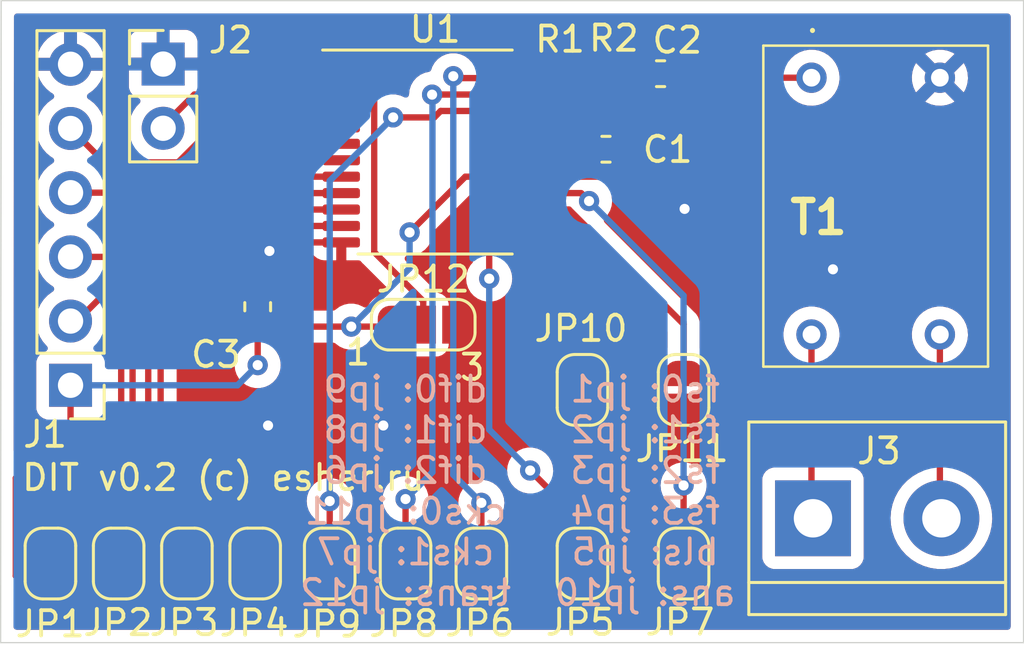
<source format=kicad_pcb>
(kicad_pcb (version 20211014) (generator pcbnew)
  (layers (0 "F.Cu" signal) (31 "B.Cu" signal) (34 "B.Paste" user) (35 "F.Paste" user) (36 "B.SilkS" user "B.Silkscreen") (37 "F.SilkS" user "F.Silkscreen") (38 "B.Mask" user) (39 "F.Mask" user) (44 "Edge.Cuts" user))
  (net 0 "")
  (net 1 "+5V")
  (net 3 "Net-(C2-Pad2)")
  (net 4 "Net-(C2-Pad1)")
  (net 5 "GNDREF")
  (net 6 "Net-(J1-Pad5)")
  (net 7 "Net-(J1-Pad4)")
  (net 8 "Net-(J1-Pad3)")
  (net 9 "Net-(J1-Pad2)")
  (net 10 "Net-(J2-Pad2)")
  (net 11 "Net-(J3-Pad2)")
  (net 12 "Net-(J3-Pad1)")
  (net 13 "Net-(R1-Pad2)")
  (net 14 "Net-(JP1-Pad2)")
  (net 15 "Net-(JP2-Pad2)")
  (net 16 "Net-(JP3-Pad2)")
  (net 17 "Net-(JP4-Pad2)")
  (net 18 "Net-(JP5-Pad2)")
  (net 19 "Net-(U1-Pad23)")
  (net 20 "Net-(JP7-Pad2)")
  (net 21 "Net-(U1-Pad22)")
  (net 22 "Net-(JP10-Pad2)")
  (net 23 "Net-(JP11-Pad2)")
  (net 24 "Net-(JP12-Pad2)")
  (net 26 "Net-(U1-Pad21)")
  (footprint "Capacitor_SMD:C_0603_1608Metric" (layer "F.Cu") (at 150.09 55.49 180)
    (fp_text reference "C2" (at -0.66 1.32) (layer "F.SilkS"))
    (fp_text value "100nF")
    (fp_line (start -0.162779 -0.51) (end 0.162779 -0.51) (layer "F.SilkS") (width 0.12))
    (fp_line (start -0.162779 0.51) (end 0.162779 0.51) (layer "F.SilkS") (width 0.12))
    (pad "1" smd roundrect locked (at -0.7875 0 180) (size 0.875 0.95) (layers "F.Cu" "F.Paste" "F.Mask") (net 4 "Net-(C2-Pad1)"))
    (pad "2" smd roundrect locked (at 0.7875 0 180) (size 0.875 0.95) (layers "F.Cu" "F.Paste" "F.Mask") (net 3 "Net-(C2-Pad2)"))
  )
  (footprint "Connector_PinHeader_2.54mm:PinHeader_1x06_P2.54mm_Vertical" (layer "F.Cu") (at 126.746 67.818 180)
    (fp_text reference "J1" (at 1.006 -1.942) (layer "F.SilkS"))
    (fp_text value "D_IN")
    (fp_line (start -1.33 1.27) (end -1.33 14.03) (layer "F.SilkS") (width 0.12))
    (fp_line (start 1.33 1.27) (end 1.33 14.03) (layer "F.SilkS") (width 0.12))
    (fp_line (start -1.33 -1.33) (end 0 -1.33) (layer "F.SilkS") (width 0.12))
    (fp_line (start -1.33 0) (end -1.33 -1.33) (layer "F.SilkS") (width 0.12))
    (fp_line (start -1.33 1.27) (end 1.33 1.27) (layer "F.SilkS") (width 0.12))
    (fp_line (start -1.33 14.03) (end 1.33 14.03) (layer "F.SilkS") (width 0.12))
    (pad "1" thru_hole rect locked (at 0 0 180) (size 1.7 1.7) (drill 1) (layers *.Cu *.Mask) (net 1 "+5V"))
    (pad "2" thru_hole oval locked (at 0 2.54 180) (size 1.7 1.7) (drill 1) (layers *.Cu *.Mask) (net 9 "Net-(J1-Pad2)"))
    (pad "3" thru_hole oval locked (at 0 5.08 180) (size 1.7 1.7) (drill 1) (layers *.Cu *.Mask) (net 8 "Net-(J1-Pad3)"))
    (pad "4" thru_hole oval locked (at 0 7.62 180) (size 1.7 1.7) (drill 1) (layers *.Cu *.Mask) (net 7 "Net-(J1-Pad4)"))
    (pad "5" thru_hole oval locked (at 0 10.16 180) (size 1.7 1.7) (drill 1) (layers *.Cu *.Mask) (net 6 "Net-(J1-Pad5)"))
    (pad "6" thru_hole oval locked (at 0 12.7 180) (size 1.7 1.7) (drill 1) (layers *.Cu *.Mask) (net 5 "GNDREF"))
  )
  (footprint "TerminalBlock:TerminalBlock_bornier-2_P5.08mm" (layer "F.Cu") (at 156.12 73.08)
    (fp_text reference "J3" (at 2.61 -2.66) (layer "F.SilkS"))
    (fp_text value "spdif")
    (fp_line (start 7.62 3.81) (end 7.62 -3.81) (layer "F.SilkS") (width 0.12))
    (fp_line (start 7.62 2.54) (end -2.54 2.54) (layer "F.SilkS") (width 0.12))
    (fp_line (start -2.54 3.81) (end 7.62 3.81) (layer "F.SilkS") (width 0.12))
    (fp_line (start 7.62 -3.81) (end -2.54 -3.81) (layer "F.SilkS") (width 0.12))
    (fp_line (start -2.54 -3.81) (end -2.54 3.81) (layer "F.SilkS") (width 0.12))
    (pad "1" thru_hole rect locked (at 0 0) (size 3 3) (drill 1.52) (layers *.Cu *.Mask) (net 12 "Net-(J3-Pad1)"))
    (pad "2" thru_hole circle locked (at 5.08 0) (size 3 3) (drill 1.52) (layers *.Cu *.Mask) (net 11 "Net-(J3-Pad2)"))
  )
  (footprint "Resistor_SMD:R_0402_1005Metric" (layer "F.Cu") (at 146.5 55.7 -90)
    (fp_text reference "R1" (at -1.57 0.39 180) (layer "F.SilkS"))
    (fp_text value "330R")
    (pad "1" smd roundrect locked (at -0.485 0 270) (size 0.59 0.64) (layers "F.Cu" "F.Paste" "F.Mask") (net 3 "Net-(C2-Pad2)"))
    (pad "2" smd roundrect locked (at 0.485 0 270) (size 0.59 0.64) (layers "F.Cu" "F.Paste" "F.Mask") (net 13 "Net-(R1-Pad2)"))
  )
  (footprint "Resistor_SMD:R_0402_1005Metric" (layer "F.Cu") (at 147.64 55.7 -90)
    (fp_text reference "R2" (at -1.61 -0.6 180) (layer "F.SilkS"))
    (fp_text value "100R")
    (pad "1" smd roundrect locked (at -0.485 0 270) (size 0.59 0.64) (layers "F.Cu" "F.Paste" "F.Mask") (net 3 "Net-(C2-Pad2)"))
    (pad "2" smd roundrect locked (at 0.485 0 270) (size 0.59 0.64) (layers "F.Cu" "F.Paste" "F.Mask") (net 5 "GNDREF"))
  )
  (footprint "Package_SO:TSSOP-24_6.1x7.8mm_P0.65mm" (layer "F.Cu") (at 141.17 58.59)
    (fp_text reference "U1" (at 0 -4.85) (layer "F.SilkS"))
    (fp_text value "AK4103AVF")
    (fp_line (start 0 4.035) (end -3.05 4.035) (layer "F.SilkS") (width 0.12))
    (fp_line (start 0 -4.035) (end 3.05 -4.035) (layer "F.SilkS") (width 0.12))
    (fp_line (start 0 4.035) (end 3.05 4.035) (layer "F.SilkS") (width 0.12))
    (fp_line (start 0 -4.035) (end -4.45 -4.035) (layer "F.SilkS") (width 0.12))
    (pad "1" smd roundrect locked (at -3.7125 -3.575) (size 1.475 0.4) (layers "F.Cu" "F.Paste" "F.Mask") (net 5 "GNDREF"))
    (pad "2" smd roundrect locked (at -3.7125 -2.925) (size 1.475 0.4) (layers "F.Cu" "F.Paste" "F.Mask") (net 24 "Net-(JP12-Pad2)"))
    (pad "3" smd roundrect locked (at -3.7125 -2.275) (size 1.475 0.4) (layers "F.Cu" "F.Paste" "F.Mask") (net 10 "Net-(J2-Pad2)"))
    (pad "4" smd roundrect locked (at -3.7125 -1.625) (size 1.475 0.4) (layers "F.Cu" "F.Paste" "F.Mask") (net 6 "Net-(J1-Pad5)"))
    (pad "5" smd roundrect locked (at -3.7125 -0.975) (size 1.475 0.4) (layers "F.Cu" "F.Paste" "F.Mask") (net 7 "Net-(J1-Pad4)"))
    (pad "6" smd roundrect locked (at -3.7125 -0.325) (size 1.475 0.4) (layers "F.Cu" "F.Paste" "F.Mask") (net 8 "Net-(J1-Pad3)"))
    (pad "7" smd roundrect locked (at -3.7125 0.325) (size 1.475 0.4) (layers "F.Cu" "F.Paste" "F.Mask") (net 9 "Net-(J1-Pad2)"))
    (pad "8" smd roundrect locked (at -3.7125 0.975) (size 1.475 0.4) (layers "F.Cu" "F.Paste" "F.Mask") (net 14 "Net-(JP1-Pad2)"))
    (pad "9" smd roundrect locked (at -3.7125 1.625) (size 1.475 0.4) (layers "F.Cu" "F.Paste" "F.Mask") (net 15 "Net-(JP2-Pad2)"))
    (pad "10" smd roundrect locked (at -3.7125 2.275) (size 1.475 0.4) (layers "F.Cu" "F.Paste" "F.Mask") (net 16 "Net-(JP3-Pad2)"))
    (pad "11" smd roundrect locked (at -3.7125 2.925) (size 1.475 0.4) (layers "F.Cu" "F.Paste" "F.Mask") (net 17 "Net-(JP4-Pad2)"))
    (pad "12" smd roundrect locked (at -3.7125 3.575) (size 1.475 0.4) (layers "F.Cu" "F.Paste" "F.Mask") (net 5 "GNDREF"))
    (pad "13" smd roundrect locked (at 3.7125 3.575) (size 1.475 0.4) (layers "F.Cu" "F.Paste" "F.Mask") (net 22 "Net-(JP10-Pad2)"))
    (pad "14" smd roundrect locked (at 3.7125 2.925) (size 1.475 0.4) (layers "F.Cu" "F.Paste" "F.Mask") (net 18 "Net-(JP5-Pad2)"))
    (pad "15" smd roundrect locked (at 3.7125 2.275) (size 1.475 0.4) (layers "F.Cu" "F.Paste" "F.Mask") (net 23 "Net-(JP11-Pad2)"))
    (pad "16" smd roundrect locked (at 3.7125 1.625) (size 1.475 0.4) (layers "F.Cu" "F.Paste" "F.Mask") (net 20 "Net-(JP7-Pad2)"))
    (pad "17" smd roundrect locked (at 3.7125 0.975) (size 1.475 0.4) (layers "F.Cu" "F.Paste" "F.Mask") (net 1 "+5V"))
    (pad "18" smd roundrect locked (at 3.7125 0.325) (size 1.475 0.4) (layers "F.Cu" "F.Paste" "F.Mask") (net 5 "GNDREF"))
    (pad "19" smd roundrect locked (at 3.7125 -0.325) (size 1.475 0.4) (layers "F.Cu" "F.Paste" "F.Mask"))
    (pad "20" smd roundrect locked (at 3.7125 -0.975) (size 1.475 0.4) (layers "F.Cu" "F.Paste" "F.Mask") (net 13 "Net-(R1-Pad2)"))
    (pad "21" smd roundrect locked (at 3.7125 -1.625) (size 1.475 0.4) (layers "F.Cu" "F.Paste" "F.Mask") (net 26 "Net-(U1-Pad21)"))
    (pad "22" smd roundrect locked (at 3.7125 -2.275) (size 1.475 0.4) (layers "F.Cu" "F.Paste" "F.Mask") (net 21 "Net-(U1-Pad22)"))
    (pad "23" smd roundrect locked (at 3.7125 -2.925) (size 1.475 0.4) (layers "F.Cu" "F.Paste" "F.Mask") (net 19 "Net-(U1-Pad23)"))
    (pad "24" smd roundrect locked (at 3.7125 -3.575) (size 1.475 0.4) (layers "F.Cu" "F.Paste" "F.Mask"))
  )
  (footprint "Capacitor_SMD:C_0603_1608Metric" (layer "F.Cu") (at 134.15 64.71 90)
    (fp_text reference "C3" (at -1.89 -1.65 180) (layer "F.SilkS"))
    (fp_text value "100nF")
    (fp_line (start -0.162779 0.51) (end 0.162779 0.51) (layer "F.SilkS") (width 0.12))
    (fp_line (start -0.162779 -0.51) (end 0.162779 -0.51) (layer "F.SilkS") (width 0.12))
    (pad "1" smd roundrect locked (at -0.7875 0 90) (size 0.875 0.95) (layers "F.Cu" "F.Paste" "F.Mask") (net 1 "+5V"))
    (pad "2" smd roundrect locked (at 0.7875 0 90) (size 0.875 0.95) (layers "F.Cu" "F.Paste" "F.Mask") (net 5 "GNDREF"))
  )
  (footprint "Jumper:SolderJumper-2_P1.3mm_Open_RoundedPad1.0x1.5mm" (layer "F.Cu") (at 125.95 74.87 90)
    (fp_text reference "JP1" (at -2.39 -0.01 180) (layer "F.SilkS"))
    (fp_text value "fs0")
    (fp_line (start 0.7 1) (end -0.7 1) (layer "F.SilkS") (width 0.12))
    (fp_line (start -0.7 -1) (end 0.7 -1) (layer "F.SilkS") (width 0.12))
    (fp_line (start -1.4 0.3) (end -1.4 -0.3) (layer "F.SilkS") (width 0.12))
    (fp_line (start 1.4 -0.3) (end 1.4 0.3) (layer "F.SilkS") (width 0.12))
    (fp_arc (start -1.4 -0.3) (mid -1.194975 -0.794975) (end -0.7 -1) (layer "F.SilkS") (width 0.12))
    (fp_arc (start 1.4 0.3) (mid 1.194975 0.794975) (end 0.7 1) (layer "F.SilkS") (width 0.12))
    (fp_arc (start -0.7 1) (mid -1.194975 0.794975) (end -1.4 0.3) (layer "F.SilkS") (width 0.12))
    (fp_arc (start 0.7 -1) (mid 1.194975 -0.794975) (end 1.4 -0.3) (layer "F.SilkS") (width 0.12))
    (pad "1" smd custom locked (at -0.65 0 90) (size 1 0.5) (layers "F.Cu" "F.Mask") (net 1 "+5V") (options (clearance outline) (anchor rect)) (primitives (gr_circle (center 0 0.25) (end 0.5 0.25) (width 0) (fill yes)) (gr_circle (center 0 -0.25) (end 0.5 -0.25) (width 0) (fill yes)) (gr_poly (pts (xy 0.5 0.75) (xy 0 0.75) (xy 0 -0.75) (xy 0.5 -0.75)) (width 0) (fill yes))))
    (pad "2" smd custom locked (at 0.65 0 90) (size 1 0.5) (layers "F.Cu" "F.Mask") (net 14 "Net-(JP1-Pad2)") (options (clearance outline) (anchor rect)) (primitives (gr_circle (center 0 0.25) (end 0.5 0.25) (width 0) (fill yes)) (gr_circle (center 0 -0.25) (end 0.5 -0.25) (width 0) (fill yes)) (gr_poly (pts (xy 0 0.75) (xy -0.5 0.75) (xy -0.5 -0.75) (xy 0 -0.75)) (width 0) (fill yes))))
  )
  (footprint "Jumper:SolderJumper-2_P1.3mm_Open_RoundedPad1.0x1.5mm" (layer "F.Cu") (at 128.65 74.87 90)
    (fp_text reference "JP2" (at -2.34 -0.03 180) (layer "F.SilkS"))
    (fp_text value "fs1")
    (fp_line (start -0.7 -1) (end 0.7 -1) (layer "F.SilkS") (width 0.12))
    (fp_line (start -1.4 0.3) (end -1.4 -0.3) (layer "F.SilkS") (width 0.12))
    (fp_line (start 0.7 1) (end -0.7 1) (layer "F.SilkS") (width 0.12))
    (fp_line (start 1.4 -0.3) (end 1.4 0.3) (layer "F.SilkS") (width 0.12))
    (fp_arc (start 1.4 0.3) (mid 1.194975 0.794975) (end 0.7 1) (layer "F.SilkS") (width 0.12))
    (fp_arc (start -0.7 1) (mid -1.194975 0.794975) (end -1.4 0.3) (layer "F.SilkS") (width 0.12))
    (fp_arc (start 0.7 -1) (mid 1.194975 -0.794975) (end 1.4 -0.3) (layer "F.SilkS") (width 0.12))
    (fp_arc (start -1.4 -0.3) (mid -1.194975 -0.794975) (end -0.7 -1) (layer "F.SilkS") (width 0.12))
    (pad "1" smd custom locked (at -0.65 0 90) (size 1 0.5) (layers "F.Cu" "F.Mask") (net 1 "+5V") (options (clearance outline) (anchor rect)) (primitives (gr_circle (center 0 0.25) (end 0.5 0.25) (width 0) (fill yes)) (gr_circle (center 0 -0.25) (end 0.5 -0.25) (width 0) (fill yes)) (gr_poly (pts (xy 0.5 0.75) (xy 0 0.75) (xy 0 -0.75) (xy 0.5 -0.75)) (width 0) (fill yes))))
    (pad "2" smd custom locked (at 0.65 0 90) (size 1 0.5) (layers "F.Cu" "F.Mask") (net 15 "Net-(JP2-Pad2)") (options (clearance outline) (anchor rect)) (primitives (gr_circle (center 0 0.25) (end 0.5 0.25) (width 0) (fill yes)) (gr_circle (center 0 -0.25) (end 0.5 -0.25) (width 0) (fill yes)) (gr_poly (pts (xy 0 0.75) (xy -0.5 0.75) (xy -0.5 -0.75) (xy 0 -0.75)) (width 0) (fill yes))))
  )
  (footprint "Jumper:SolderJumper-2_P1.3mm_Open_RoundedPad1.0x1.5mm" (layer "F.Cu") (at 131.35 74.87 90)
    (fp_text reference "JP3" (at -2.34 -0.11 180) (layer "F.SilkS"))
    (fp_text value "fs2")
    (fp_line (start 0.7 1) (end -0.7 1) (layer "F.SilkS") (width 0.12))
    (fp_line (start 1.4 -0.3) (end 1.4 0.3) (layer "F.SilkS") (width 0.12))
    (fp_line (start -0.7 -1) (end 0.7 -1) (layer "F.SilkS") (width 0.12))
    (fp_line (start -1.4 0.3) (end -1.4 -0.3) (layer "F.SilkS") (width 0.12))
    (fp_arc (start -0.7 1) (mid -1.194975 0.794975) (end -1.4 0.3) (layer "F.SilkS") (width 0.12))
    (fp_arc (start 0.7 -1) (mid 1.194975 -0.794975) (end 1.4 -0.3) (layer "F.SilkS") (width 0.12))
    (fp_arc (start 1.4 0.3) (mid 1.194975 0.794975) (end 0.7 1) (layer "F.SilkS") (width 0.12))
    (fp_arc (start -1.4 -0.3) (mid -1.194975 -0.794975) (end -0.7 -1) (layer "F.SilkS") (width 0.12))
    (pad "1" smd custom locked (at -0.65 0 90) (size 1 0.5) (layers "F.Cu" "F.Mask") (net 1 "+5V") (options (clearance outline) (anchor rect)) (primitives (gr_circle (center 0 0.25) (end 0.5 0.25) (width 0) (fill yes)) (gr_circle (center 0 -0.25) (end 0.5 -0.25) (width 0) (fill yes)) (gr_poly (pts (xy 0.5 0.75) (xy 0 0.75) (xy 0 -0.75) (xy 0.5 -0.75)) (width 0) (fill yes))))
    (pad "2" smd custom locked (at 0.65 0 90) (size 1 0.5) (layers "F.Cu" "F.Mask") (net 16 "Net-(JP3-Pad2)") (options (clearance outline) (anchor rect)) (primitives (gr_circle (center 0 0.25) (end 0.5 0.25) (width 0) (fill yes)) (gr_circle (center 0 -0.25) (end 0.5 -0.25) (width 0) (fill yes)) (gr_poly (pts (xy 0 0.75) (xy -0.5 0.75) (xy -0.5 -0.75) (xy 0 -0.75)) (width 0) (fill yes))))
  )
  (footprint "Jumper:SolderJumper-2_P1.3mm_Open_RoundedPad1.0x1.5mm" (layer "F.Cu") (at 134.05 74.87 90)
    (fp_text reference "JP4" (at -2.36 -0.04 180) (layer "F.SilkS"))
    (fp_text value "fs3")
    (fp_line (start 0.7 1) (end -0.7 1) (layer "F.SilkS") (width 0.12))
    (fp_line (start -0.7 -1) (end 0.7 -1) (layer "F.SilkS") (width 0.12))
    (fp_line (start -1.4 0.3) (end -1.4 -0.3) (layer "F.SilkS") (width 0.12))
    (fp_line (start 1.4 -0.3) (end 1.4 0.3) (layer "F.SilkS") (width 0.12))
    (fp_arc (start 1.4 0.3) (mid 1.194975 0.794975) (end 0.7 1) (layer "F.SilkS") (width 0.12))
    (fp_arc (start 0.7 -1) (mid 1.194975 -0.794975) (end 1.4 -0.3) (layer "F.SilkS") (width 0.12))
    (fp_arc (start -1.4 -0.3) (mid -1.194975 -0.794975) (end -0.7 -1) (layer "F.SilkS") (width 0.12))
    (fp_arc (start -0.7 1) (mid -1.194975 0.794975) (end -1.4 0.3) (layer "F.SilkS") (width 0.12))
    (pad "1" smd custom locked (at -0.65 0 90) (size 1 0.5) (layers "F.Cu" "F.Mask") (net 1 "+5V") (options (clearance outline) (anchor rect)) (primitives (gr_circle (center 0 0.25) (end 0.5 0.25) (width 0) (fill yes)) (gr_circle (center 0 -0.25) (end 0.5 -0.25) (width 0) (fill yes)) (gr_poly (pts (xy 0.5 0.75) (xy 0 0.75) (xy 0 -0.75) (xy 0.5 -0.75)) (width 0) (fill yes))))
    (pad "2" smd custom locked (at 0.65 0 90) (size 1 0.5) (layers "F.Cu" "F.Mask") (net 17 "Net-(JP4-Pad2)") (options (clearance outline) (anchor rect)) (primitives (gr_circle (center 0 0.25) (end 0.5 0.25) (width 0) (fill yes)) (gr_circle (center 0 -0.25) (end 0.5 -0.25) (width 0) (fill yes)) (gr_poly (pts (xy 0 0.75) (xy -0.5 0.75) (xy -0.5 -0.75) (xy 0 -0.75)) (width 0) (fill yes))))
  )
  (footprint "Jumper:SolderJumper-2_P1.3mm_Open_RoundedPad1.0x1.5mm" (layer "F.Cu") (at 147 74.87 90)
    (fp_text reference "JP5" (at -2.33 -0.09 180) (layer "F.SilkS"))
    (fp_text value "bls")
    (fp_line (start -0.7 -1) (end 0.7 -1) (layer "F.SilkS") (width 0.12))
    (fp_line (start 1.4 -0.3) (end 1.4 0.3) (layer "F.SilkS") (width 0.12))
    (fp_line (start -1.4 0.3) (end -1.4 -0.3) (layer "F.SilkS") (width 0.12))
    (fp_line (start 0.7 1) (end -0.7 1) (layer "F.SilkS") (width 0.12))
    (fp_arc (start 1.4 0.3) (mid 1.194975 0.794975) (end 0.7 1) (layer "F.SilkS") (width 0.12))
    (fp_arc (start -0.7 1) (mid -1.194975 0.794975) (end -1.4 0.3) (layer "F.SilkS") (width 0.12))
    (fp_arc (start 0.7 -1) (mid 1.194975 -0.794975) (end 1.4 -0.3) (layer "F.SilkS") (width 0.12))
    (fp_arc (start -1.4 -0.3) (mid -1.194975 -0.794975) (end -0.7 -1) (layer "F.SilkS") (width 0.12))
    (pad "1" smd custom locked (at -0.65 0 90) (size 1 0.5) (layers "F.Cu" "F.Mask") (net 1 "+5V") (options (clearance outline) (anchor rect)) (primitives (gr_circle (center 0 0.25) (end 0.5 0.25) (width 0) (fill yes)) (gr_circle (center 0 -0.25) (end 0.5 -0.25) (width 0) (fill yes)) (gr_poly (pts (xy 0.5 0.75) (xy 0 0.75) (xy 0 -0.75) (xy 0.5 -0.75)) (width 0) (fill yes))))
    (pad "2" smd custom locked (at 0.65 0 90) (size 1 0.5) (layers "F.Cu" "F.Mask") (net 18 "Net-(JP5-Pad2)") (options (clearance outline) (anchor rect)) (primitives (gr_circle (center 0 0.25) (end 0.5 0.25) (width 0) (fill yes)) (gr_circle (center 0 -0.25) (end 0.5 -0.25) (width 0) (fill yes)) (gr_poly (pts (xy 0 0.75) (xy -0.5 0.75) (xy -0.5 -0.75) (xy 0 -0.75)) (width 0) (fill yes))))
  )
  (footprint "Jumper:SolderJumper-2_P1.3mm_Open_RoundedPad1.0x1.5mm" (layer "F.Cu") (at 143 74.87 90)
    (fp_text reference "JP6" (at -2.36 -0.06 180) (layer "F.SilkS"))
    (fp_text value "dif2")
    (fp_line (start 0.7 1) (end -0.7 1) (layer "F.SilkS") (width 0.12))
    (fp_line (start 1.4 -0.3) (end 1.4 0.3) (layer "F.SilkS") (width 0.12))
    (fp_line (start -0.7 -1) (end 0.7 -1) (layer "F.SilkS") (width 0.12))
    (fp_line (start -1.4 0.3) (end -1.4 -0.3) (layer "F.SilkS") (width 0.12))
    (fp_arc (start 1.4 0.3) (mid 1.194975 0.794975) (end 0.7 1) (layer "F.SilkS") (width 0.12))
    (fp_arc (start -0.7 1) (mid -1.194975 0.794975) (end -1.4 0.3) (layer "F.SilkS") (width 0.12))
    (fp_arc (start -1.4 -0.3) (mid -1.194975 -0.794975) (end -0.7 -1) (layer "F.SilkS") (width 0.12))
    (fp_arc (start 0.7 -1) (mid 1.194975 -0.794975) (end 1.4 -0.3) (layer "F.SilkS") (width 0.12))
    (pad "1" smd custom locked (at -0.65 0 90) (size 1 0.5) (layers "F.Cu" "F.Mask") (net 1 "+5V") (options (clearance outline) (anchor rect)) (primitives (gr_circle (center 0 0.25) (end 0.5 0.25) (width 0) (fill yes)) (gr_circle (center 0 -0.25) (end 0.5 -0.25) (width 0) (fill yes)) (gr_poly (pts (xy 0.5 0.75) (xy 0 0.75) (xy 0 -0.75) (xy 0.5 -0.75)) (width 0) (fill yes))))
    (pad "2" smd custom locked (at 0.65 0 90) (size 1 0.5) (layers "F.Cu" "F.Mask") (net 19 "Net-(U1-Pad23)") (options (clearance outline) (anchor rect)) (primitives (gr_circle (center 0 0.25) (end 0.5 0.25) (width 0) (fill yes)) (gr_circle (center 0 -0.25) (end 0.5 -0.25) (width 0) (fill yes)) (gr_poly (pts (xy 0 0.75) (xy -0.5 0.75) (xy -0.5 -0.75) (xy 0 -0.75)) (width 0) (fill yes))))
  )
  (footprint "Jumper:SolderJumper-2_P1.3mm_Open_RoundedPad1.0x1.5mm" (layer "F.Cu") (at 151 74.87 90)
    (fp_text reference "JP7" (at -2.32 -0.14 180) (layer "F.SilkS"))
    (fp_text value "cks1")
    (fp_line (start 0.7 1) (end -0.7 1) (layer "F.SilkS") (width 0.12))
    (fp_line (start 1.4 -0.3) (end 1.4 0.3) (layer "F.SilkS") (width 0.12))
    (fp_line (start -1.4 0.3) (end -1.4 -0.3) (layer "F.SilkS") (width 0.12))
    (fp_line (start -0.7 -1) (end 0.7 -1) (layer "F.SilkS") (width 0.12))
    (fp_arc (start -0.7 1) (mid -1.194975 0.794975) (end -1.4 0.3) (layer "F.SilkS") (width 0.12))
    (fp_arc (start -1.4 -0.3) (mid -1.194975 -0.794975) (end -0.7 -1) (layer "F.SilkS") (width 0.12))
    (fp_arc (start 1.4 0.3) (mid 1.194975 0.794975) (end 0.7 1) (layer "F.SilkS") (width 0.12))
    (fp_arc (start 0.7 -1) (mid 1.194975 -0.794975) (end 1.4 -0.3) (layer "F.SilkS") (width 0.12))
    (pad "1" smd custom locked (at -0.65 0 90) (size 1 0.5) (layers "F.Cu" "F.Mask") (net 1 "+5V") (options (clearance outline) (anchor rect)) (primitives (gr_circle (center 0 0.25) (end 0.5 0.25) (width 0) (fill yes)) (gr_circle (center 0 -0.25) (end 0.5 -0.25) (width 0) (fill yes)) (gr_poly (pts (xy 0.5 0.75) (xy 0 0.75) (xy 0 -0.75) (xy 0.5 -0.75)) (width 0) (fill yes))))
    (pad "2" smd custom locked (at 0.65 0 90) (size 1 0.5) (layers "F.Cu" "F.Mask") (net 20 "Net-(JP7-Pad2)") (options (clearance outline) (anchor rect)) (primitives (gr_circle (center 0 0.25) (end 0.5 0.25) (width 0) (fill yes)) (gr_circle (center 0 -0.25) (end 0.5 -0.25) (width 0) (fill yes)) (gr_poly (pts (xy 0 0.75) (xy -0.5 0.75) (xy -0.5 -0.75) (xy 0 -0.75)) (width 0) (fill yes))))
  )
  (footprint "Jumper:SolderJumper-2_P1.3mm_Open_RoundedPad1.0x1.5mm" (layer "F.Cu") (at 140 74.87 90)
    (fp_text reference "JP8" (at -2.38 -0.07 180) (layer "F.SilkS"))
    (fp_text value "dif1")
    (fp_line (start -0.7 -1) (end 0.7 -1) (layer "F.SilkS") (width 0.12))
    (fp_line (start -1.4 0.3) (end -1.4 -0.3) (layer "F.SilkS") (width 0.12))
    (fp_line (start 1.4 -0.3) (end 1.4 0.3) (layer "F.SilkS") (width 0.12))
    (fp_line (start 0.7 1) (end -0.7 1) (layer "F.SilkS") (width 0.12))
    (fp_arc (start -1.4 -0.3) (mid -1.194975 -0.794975) (end -0.7 -1) (layer "F.SilkS") (width 0.12))
    (fp_arc (start 0.7 -1) (mid 1.194975 -0.794975) (end 1.4 -0.3) (layer "F.SilkS") (width 0.12))
    (fp_arc (start -0.7 1) (mid -1.194975 0.794975) (end -1.4 0.3) (layer "F.SilkS") (width 0.12))
    (fp_arc (start 1.4 0.3) (mid 1.194975 0.794975) (end 0.7 1) (layer "F.SilkS") (width 0.12))
    (pad "1" smd custom locked (at -0.65 0 90) (size 1 0.5) (layers "F.Cu" "F.Mask") (net 1 "+5V") (options (clearance outline) (anchor rect)) (primitives (gr_circle (center 0 0.25) (end 0.5 0.25) (width 0) (fill yes)) (gr_circle (center 0 -0.25) (end 0.5 -0.25) (width 0) (fill yes)) (gr_poly (pts (xy 0.5 0.75) (xy 0 0.75) (xy 0 -0.75) (xy 0.5 -0.75)) (width 0) (fill yes))))
    (pad "2" smd custom locked (at 0.65 0 90) (size 1 0.5) (layers "F.Cu" "F.Mask") (net 21 "Net-(U1-Pad22)") (options (clearance outline) (anchor rect)) (primitives (gr_circle (center 0 0.25) (end 0.5 0.25) (width 0) (fill yes)) (gr_circle (center 0 -0.25) (end 0.5 -0.25) (width 0) (fill yes)) (gr_poly (pts (xy 0 0.75) (xy -0.5 0.75) (xy -0.5 -0.75) (xy 0 -0.75)) (width 0) (fill yes))))
  )
  (footprint "Jumper:SolderJumper-2_P1.3mm_Open_RoundedPad1.0x1.5mm" (layer "F.Cu") (at 137 74.87 90)
    (fp_text reference "JP9" (at -2.4 -0.11 180) (layer "F.SilkS"))
    (fp_text value "dif0")
    (fp_line (start 1.4 -0.3) (end 1.4 0.3) (layer "F.SilkS") (width 0.12))
    (fp_line (start -1.4 0.3) (end -1.4 -0.3) (layer "F.SilkS") (width 0.12))
    (fp_line (start 0.7 1) (end -0.7 1) (layer "F.SilkS") (width 0.12))
    (fp_line (start -0.7 -1) (end 0.7 -1) (layer "F.SilkS") (width 0.12))
    (fp_arc (start 1.4 0.3) (mid 1.194975 0.794975) (end 0.7 1) (layer "F.SilkS") (width 0.12))
    (fp_arc (start 0.7 -1) (mid 1.194975 -0.794975) (end 1.4 -0.3) (layer "F.SilkS") (width 0.12))
    (fp_arc (start -0.7 1) (mid -1.194975 0.794975) (end -1.4 0.3) (layer "F.SilkS") (width 0.12))
    (fp_arc (start -1.4 -0.3) (mid -1.194975 -0.794975) (end -0.7 -1) (layer "F.SilkS") (width 0.12))
    (pad "1" smd custom locked (at -0.65 0 90) (size 1 0.5) (layers "F.Cu" "F.Mask") (net 1 "+5V") (options (clearance outline) (anchor rect)) (primitives (gr_circle (center 0 0.25) (end 0.5 0.25) (width 0) (fill yes)) (gr_circle (center 0 -0.25) (end 0.5 -0.25) (width 0) (fill yes)) (gr_poly (pts (xy 0.5 0.75) (xy 0 0.75) (xy 0 -0.75) (xy 0.5 -0.75)) (width 0) (fill yes))))
    (pad "2" smd custom locked (at 0.65 0 90) (size 1 0.5) (layers "F.Cu" "F.Mask") (net 26 "Net-(U1-Pad21)") (options (clearance outline) (anchor rect)) (primitives (gr_circle (center 0 0.25) (end 0.5 0.25) (width 0) (fill yes)) (gr_circle (center 0 -0.25) (end 0.5 -0.25) (width 0) (fill yes)) (gr_poly (pts (xy 0 0.75) (xy -0.5 0.75) (xy -0.5 -0.75) (xy 0 -0.75)) (width 0) (fill yes))))
  )
  (footprint "Jumper:SolderJumper-2_P1.3mm_Open_RoundedPad1.0x1.5mm" (layer "F.Cu") (at 147 68 90)
    (fp_text reference "JP10" (at 2.43 -0.06 180) (layer "F.SilkS"))
    (fp_text value "ans")
    (fp_line (start 0.7 1) (end -0.7 1) (layer "F.SilkS") (width 0.12))
    (fp_line (start -0.7 -1) (end 0.7 -1) (layer "F.SilkS") (width 0.12))
    (fp_line (start -1.4 0.3) (end -1.4 -0.3) (layer "F.SilkS") (width 0.12))
    (fp_line (start 1.4 -0.3) (end 1.4 0.3) (layer "F.SilkS") (width 0.12))
    (fp_arc (start 0.7 -1) (mid 1.194975 -0.794975) (end 1.4 -0.3) (layer "F.SilkS") (width 0.12))
    (fp_arc (start 1.4 0.3) (mid 1.194975 0.794975) (end 0.7 1) (layer "F.SilkS") (width 0.12))
    (fp_arc (start -0.7 1) (mid -1.194975 0.794975) (end -1.4 0.3) (layer "F.SilkS") (width 0.12))
    (fp_arc (start -1.4 -0.3) (mid -1.194975 -0.794975) (end -0.7 -1) (layer "F.SilkS") (width 0.12))
    (pad "1" smd custom locked (at -0.65 0 90) (size 1 0.5) (layers "F.Cu" "F.Mask") (net 5 "GNDREF") (options (clearance outline) (anchor rect)) (primitives (gr_circle (center 0 0.25) (end 0.5 0.25) (width 0) (fill yes)) (gr_circle (center 0 -0.25) (end 0.5 -0.25) (width 0) (fill yes)) (gr_poly (pts (xy 0.5 0.75) (xy 0 0.75) (xy 0 -0.75) (xy 0.5 -0.75)) (width 0) (fill yes))))
    (pad "2" smd custom locked (at 0.65 0 90) (size 1 0.5) (layers "F.Cu" "F.Mask") (net 22 "Net-(JP10-Pad2)") (options (clearance outline) (anchor rect)) (primitives (gr_circle (center 0 0.25) (end 0.5 0.25) (width 0) (fill yes)) (gr_circle (center 0 -0.25) (end 0.5 -0.25) (width 0) (fill yes)) (gr_poly (pts (xy 0 0.75) (xy -0.5 0.75) (xy -0.5 -0.75) (xy 0 -0.75)) (width 0) (fill yes))))
  )
  (footprint "Jumper:SolderJumper-2_P1.3mm_Open_RoundedPad1.0x1.5mm" (layer "F.Cu") (at 151 68 90)
    (fp_text reference "JP11" (at -2.33 -0.06 180) (layer "F.SilkS"))
    (fp_text value "cks0")
    (fp_line (start 0.7 1) (end -0.7 1) (layer "F.SilkS") (width 0.12))
    (fp_line (start -1.4 0.3) (end -1.4 -0.3) (layer "F.SilkS") (width 0.12))
    (fp_line (start -0.7 -1) (end 0.7 -1) (layer "F.SilkS") (width 0.12))
    (fp_line (start 1.4 -0.3) (end 1.4 0.3) (layer "F.SilkS") (width 0.12))
    (fp_arc (start 0.7 -1) (mid 1.194975 -0.794975) (end 1.4 -0.3) (layer "F.SilkS") (width 0.12))
    (fp_arc (start -0.7 1) (mid -1.194975 0.794975) (end -1.4 0.3) (layer "F.SilkS") (width 0.12))
    (fp_arc (start -1.4 -0.3) (mid -1.194975 -0.794975) (end -0.7 -1) (layer "F.SilkS") (width 0.12))
    (fp_arc (start 1.4 0.3) (mid 1.194975 0.794975) (end 0.7 1) (layer "F.SilkS") (width 0.12))
    (pad "1" smd custom locked (at -0.65 0 90) (size 1 0.5) (layers "F.Cu" "F.Mask") (net 5 "GNDREF") (options (clearance outline) (anchor rect)) (primitives (gr_circle (center 0 0.25) (end 0.5 0.25) (width 0) (fill yes)) (gr_circle (center 0 -0.25) (end 0.5 -0.25) (width 0) (fill yes)) (gr_poly (pts (xy 0.5 0.75) (xy 0 0.75) (xy 0 -0.75) (xy 0.5 -0.75)) (width 0) (fill yes))))
    (pad "2" smd custom locked (at 0.65 0 90) (size 1 0.5) (layers "F.Cu" "F.Mask") (net 23 "Net-(JP11-Pad2)") (options (clearance outline) (anchor rect)) (primitives (gr_circle (center 0 0.25) (end 0.5 0.25) (width 0) (fill yes)) (gr_circle (center 0 -0.25) (end 0.5 -0.25) (width 0) (fill yes)) (gr_poly (pts (xy 0 0.75) (xy -0.5 0.75) (xy -0.5 -0.75) (xy 0 -0.75)) (width 0) (fill yes))))
  )
  (footprint "SPDIF:PE65612NL" (layer "F.Cu") (at 156.06 55.65 -90)
    (fp_text reference "T1" (at 5.53 -0.28 180) (layer "F.SilkS") (effects (font (size 1.27 1.27) (thickness 0.254))))
    (fp_text value "PE-65612NL" hide)
    (fp_line (start -1.27 -6.985) (end 11.43 -6.985) (layer "F.SilkS") (width 0.1))
    (fp_line (start -1.92 -0.04) (end -1.92 -0.04) (layer "F.SilkS") (width 0.1))
    (fp_line (start 11.43 -6.985) (end 11.43 1.905) (layer "F.SilkS") (width 0.1))
    (fp_line (start -1.82 -0.04) (end -1.82 -0.04) (layer "F.SilkS") (width 0.1))
    (fp_line (start 11.43 1.905) (end -1.27 1.905) (layer "F.SilkS") (width 0.1))
    (fp_line (start -1.27 1.905) (end -1.27 -6.985) (layer "F.SilkS") (width 0.1))
    (fp_arc (start -1.92 -0.04) (mid -1.87 -0.09) (end -1.82 -0.04) (layer "F.SilkS") (width 0.1))
    (fp_arc (start -1.82 -0.04) (mid -1.87 0.01) (end -1.92 -0.04) (layer "F.SilkS") (width 0.1))
    (pad "1" thru_hole circle locked (at 0 0 270) (size 1.2 1.2) (drill 0.7) (layers *.Cu *.Mask) (net 4 "Net-(C2-Pad1)"))
    (pad "2" thru_hole circle locked (at 0 -5.08 270) (size 1.2 1.2) (drill 0.7) (layers *.Cu *.Mask) (net 5 "GNDREF"))
    (pad "3" thru_hole circle locked (at 10.16 0 270) (size 1.2 1.2) (drill 0.7) (layers *.Cu *.Mask) (net 12 "Net-(J3-Pad1)"))
    (pad "4" thru_hole circle locked (at 10.16 -5.08 270) (size 1.2 1.2) (drill 0.7) (layers *.Cu *.Mask) (net 11 "Net-(J3-Pad2)"))
  )
  (footprint "Jumper:SolderJumper-3_P1.3mm_Open_RoundedPad1.0x1.5mm_NumberLabels" (layer "F.Cu") (at 140.7 65.42)
    (fp_text reference "JP12" (at 0 -1.8) (layer "F.SilkS"))
    (fp_text value "trans")
    (fp_text user "1" (at -2.58 1.09) (layer "F.SilkS"))
    (fp_text user "3" (at 1.94 1.69) (layer "F.SilkS"))
    (fp_line (start -2.05 0.3) (end -2.05 -0.3) (layer "F.SilkS") (width 0.12))
    (fp_line (start -1.4 -1) (end 1.4 -1) (layer "F.SilkS") (width 0.12))
    (fp_line (start 1.4 1) (end -1.4 1) (layer "F.SilkS") (width 0.12))
    (fp_line (start 2.05 -0.3) (end 2.05 0.3) (layer "F.SilkS") (width 0.12))
    (fp_arc (start 1.35 -1) (mid 1.844975 -0.794975) (end 2.05 -0.3) (layer "F.SilkS") (width 0.12))
    (fp_arc (start -1.35 1) (mid -1.844975 0.794975) (end -2.05 0.3) (layer "F.SilkS") (width 0.12))
    (fp_arc (start 2.05 0.3) (mid 1.844975 0.794975) (end 1.35 1) (layer "F.SilkS") (width 0.12))
    (fp_arc (start -2.05 -0.3) (mid -1.844975 -0.794975) (end -1.35 -1) (layer "F.SilkS") (width 0.12))
    (pad "1" smd custom locked (at -1.3 0) (size 1 0.5) (layers "F.Cu" "F.Mask") (net 1 "+5V") (options (clearance outline) (anchor rect)) (primitives (gr_circle (center 0 0.25) (end 0.5 0.25) (width 0) (fill yes)) (gr_circle (center 0 -0.25) (end 0.5 -0.25) (width 0) (fill yes)) (gr_poly (pts (xy 0.55 0.75) (xy 0 0.75) (xy 0 -0.75) (xy 0.55 -0.75)) (width 0) (fill yes))))
    (pad "2" smd rect locked (at 0 0) (size 1 1.5) (layers "F.Cu" "F.Mask") (net 24 "Net-(JP12-Pad2)"))
    (pad "3" smd custom locked (at 1.3 0) (size 1 0.5) (layers "F.Cu" "F.Mask") (net 5 "GNDREF") (options (clearance outline) (anchor rect)) (primitives (gr_circle (center 0 0.25) (end 0.5 0.25) (width 0) (fill yes)) (gr_circle (center 0 -0.25) (end 0.5 -0.25) (width 0) (fill yes)) (gr_poly (pts (xy 0 0.75) (xy -0.55 0.75) (xy -0.55 -0.75) (xy 0 -0.75)) (width 0) (fill yes))))
  )
  (footprint "Capacitor_SMD:C_0603_1608Metric" (layer "F.Cu") (at 147.93 58.48)
    (fp_text reference "C1" (at 2.44 0.01) (layer "F.SilkS"))
    (fp_text value "100nF")
    (fp_line (start -0.162779 -0.51) (end 0.162779 -0.51) (layer "F.SilkS") (width 0.12))
    (fp_line (start -0.162779 0.51) (end 0.162779 0.51) (layer "F.SilkS") (width 0.12))
    (pad "1" smd roundrect locked (at -0.7875 0) (size 0.875 0.95) (layers "F.Cu" "F.Paste" "F.Mask") (net 5 "GNDREF"))
    (pad "2" smd roundrect locked (at 0.7875 0) (size 0.875 0.95) (layers "F.Cu" "F.Paste" "F.Mask") (net 1 "+5V"))
  )
  (footprint "Connector_PinHeader_2.54mm:PinHeader_1x02_P2.54mm_Vertical" (layer "F.Cu") (at 130.41 55.11)
    (fp_text reference "J2" (at 2.668 -0.948) (layer "F.SilkS"))
    (fp_text value "reset")
    (fp_line (start -1.33 1.27) (end 1.33 1.27) (layer "F.SilkS") (width 0.12))
    (fp_line (start -1.33 1.27) (end -1.33 3.87) (layer "F.SilkS") (width 0.12))
    (fp_line (start -1.33 0) (end -1.33 -1.33) (layer "F.SilkS") (width 0.12))
    (fp_line (start -1.33 3.87) (end 1.33 3.87) (layer "F.SilkS") (width 0.12))
    (fp_line (start 1.33 1.27) (end 1.33 3.87) (layer "F.SilkS") (width 0.12))
    (fp_line (start -1.33 -1.33) (end 0 -1.33) (layer "F.SilkS") (width 0.12))
    (pad "1" thru_hole rect locked (at 0 0) (size 1.7 1.7) (drill 1) (layers *.Cu *.Mask) (net 5 "GNDREF"))
    (pad "2" thru_hole oval locked (at 0 2.54) (size 1.7 1.7) (drill 1) (layers *.Cu *.Mask) (net 10 "Net-(J2-Pad2)"))
  )
  (gr_line (start 164.45 78) (end 123.98 78) (layer "Edge.Cuts") (width 0.05))
  (gr_line (start 124 52.6) (end 164.45 52.6) (layer "Edge.Cuts") (width 0.05))
  (gr_line (start 164.45 52.6) (end 164.45 78) (layer "Edge.Cuts") (width 0.05))
  (gr_line (start 123.98 78) (end 124 52.6) (layer "Edge.Cuts") (width 0.05))
  (gr_text "dif0: jp9\ndif1: jp8\ndif2: jp6\ncks0: jp11\ncks1: jp7\ntrans: jp12" (at 140 72) (layer "B.SilkS") (effects (font (size 1 1)) (justify mirror)))
  (gr_text "fs0: jp1\nfs1: jp2\nfs2: jp3\nfs3: jp4\nbls: jp5\nans: jp10" (at 149.48 72) (layer "B.SilkS") (effects (font (size 1 1)) (justify mirror)))
  (gr_text "DIT v0.2 (c) esher.ru" (at 132.79 71.47) (layer "F.SilkS") (effects (font (size 1 1))))
  (segment (start 137.8525 65.4975) (end 139.3225 65.4975) (width 0.25) (layer "F.Cu") (net 1))
  (segment (start 126.746 69.324) (end 124.58 71.49) (width 0.25) (layer "F.Cu") (net 1))
  (segment (start 142.365 59.565) (end 144.8825 59.565) (width 0.25) (layer "F.Cu") (net 1))
  (segment (start 144.8825 59.565) (end 148.395 59.565) (width 0.25) (layer "F.Cu") (net 1))
  (segment (start 139.3225 65.4975) (end 139.4 65.42) (width 0.25) (layer "F.Cu") (net 1))
  (segment (start 148.7175 59.2425) (end 148.7175 58.48) (width 0.25) (layer "F.Cu") (net 1))
  (segment (start 125.95 75.52) (end 151 75.52) (width 0.25) (layer "F.Cu") (net 1))
  (segment (start 124.74 75.52) (end 125.95 75.52) (width 0.25) (layer "F.Cu") (net 1))
  (segment (start 124.58 75.36) (end 124.74 75.52) (width 0.25) (layer "F.Cu") (net 1))
  (segment (start 148.395 59.565) (end 148.7175 59.2425) (width 0.25) (layer "F.Cu") (net 1))
  (segment (start 142.365 59.565) (end 140.16 61.77) (width 0.25) (layer "F.Cu") (net 1))
  (segment (start 124.58 71.49) (end 124.58 75.36) (width 0.25) (layer "F.Cu") (net 1))
  (segment (start 134.15 67.02) (end 134.15 65.4975) (width 0.25) (layer "F.Cu") (net 1))
  (segment (start 134.15 65.4975) (end 137.8525 65.4975) (width 0.25) (layer "F.Cu") (net 1))
  (segment (start 126.746 67.818) (end 126.746 69.324) (width 0.25) (layer "F.Cu") (net 1))
  (via (at 134.15 67.02) (size 0.8) (drill 0.4) (layers "F.Cu" "B.Cu") (net 1))
  (via (at 137.8525 65.4975) (size 0.8) (drill 0.4) (layers "F.Cu" "B.Cu") (net 1))
  (via (at 140.16 61.77) (size 0.8) (drill 0.4) (layers "F.Cu" "B.Cu") (net 1))
  (segment (start 133.352 67.818) (end 134.15 67.02) (width 0.25) (layer "B.Cu") (net 1))
  (segment (start 140.16 63.19) (end 137.8525 65.4975) (width 0.25) (layer "B.Cu") (net 1))
  (segment (start 140.16 61.77) (end 140.16 63.19) (width 0.25) (layer "B.Cu") (net 1))
  (segment (start 126.746 67.818) (end 128.898 67.818) (width 0.25) (layer "B.Cu") (net 1))
  (segment (start 129.722 67.818) (end 133.352 67.818) (width 0.25) (layer "B.Cu") (net 1))
  (segment (start 129.722 67.818) (end 128.898 67.818) (width 0.25) (layer "B.Cu") (net 1))
  (segment (start 148.49 55.49) (end 149.3025 55.49) (width 0.25) (layer "F.Cu") (net 3))
  (segment (start 148.215 55.215) (end 148.49 55.49) (width 0.25) (layer "F.Cu") (net 3))
  (segment (start 147.64 55.215) (end 148.215 55.215) (width 0.25) (layer "F.Cu") (net 3))
  (segment (start 146.5 55.215) (end 147.64 55.215) (width 0.25) (layer "F.Cu") (net 3))
  (segment (start 150.8775 55.49) (end 154.55 55.49) (width 0.25) (layer "F.Cu") (net 4))
  (segment (start 154.71 55.65) (end 156.06 55.65) (width 0.25) (layer "F.Cu") (net 4))
  (segment (start 154.55 55.49) (end 154.71 55.65) (width 0.25) (layer "F.Cu") (net 4))
  (segment (start 134.925 55.015) (end 130.405 55.015) (width 0.25) (layer "F.Cu") (net 5))
  (segment (start 134.615 62.505) (end 134.26 62.86) (width 0.25) (layer "F.Cu") (net 5))
  (segment (start 130.405 55.015) (end 130.302 55.118) (width 0.25) (layer "F.Cu") (net 5))
  (segment (start 146.31 58.48) (end 147.1425 58.48) (width 0.25) (layer "F.Cu") (net 5))
  (segment (start 147.1425 57.6275) (end 147.1425 58.48) (width 0.25) (layer "F.Cu") (net 5))
  (segment (start 145.98 68.65) (end 142.75 65.42) (width 0.25) (layer "F.Cu") (net 5))
  (segment (start 147.64 57.13) (end 147.1425 57.6275) (width 0.25) (layer "F.Cu") (net 5))
  (segment (start 144.8825 58.915) (end 145.875 58.915) (width 0.25) (layer "F.Cu") (net 5))
  (segment (start 134.15 63.9225) (end 134.15 62.97) (width 0.25) (layer "F.Cu") (net 5))
  (segment (start 126.746 55.118) (end 127.948081 55.118) (width 0.25) (layer "F.Cu") (net 5))
  (segment (start 137.4575 62.165) (end 134.955 62.165) (width 0.25) (layer "F.Cu") (net 5))
  (segment (start 147 68.65) (end 145.98 68.65) (width 0.25) (layer "F.Cu") (net 5))
  (segment (start 147.64 56.185) (end 147.64 57.13) (width 0.25) (layer "F.Cu") (net 5))
  (segment (start 147 68.65) (end 151 68.65) (width 0.25) (layer "F.Cu") (net 5))
  (segment (start 134.15 62.97) (end 134.615 62.505) (width 0.25) (layer "F.Cu") (net 5))
  (segment (start 142.75 65.42) (end 142 65.42) (width 0.25) (layer "F.Cu") (net 5))
  (segment (start 127.948081 55.118) (end 130.302 55.118) (width 0.25) (layer "F.Cu") (net 5))
  (segment (start 134.955 62.165) (end 134.615 62.505) (width 0.25) (layer "F.Cu") (net 5))
  (segment (start 145.875 58.915) (end 146.31 58.48) (width 0.25) (layer "F.Cu") (net 5))
  (segment (start 137.4575 55.015) (end 134.925 55.015) (width 0.25) (layer "F.Cu") (net 5))
  (via (at 151.04 60.84) (size 0.8) (drill 0.4) (layers "F.Cu" "B.Cu") (net 5))
  (via (at 156.91 63.23) (size 0.8) (drill 0.4) (layers "F.Cu" "B.Cu") (net 5))
  (via (at 134.56 69.41) (size 0.8) (drill 0.4) (layers "F.Cu" "B.Cu") (net 5))
  (via (at 139.12 69.41) (size 0.8) (drill 0.4) (layers "F.Cu" "B.Cu") (net 5))
  (via (at 134.615 62.505) (size 0.8) (drill 0.4) (layers "F.Cu" "B.Cu") (net 5))
  (segment (start 137.4575 56.965) (end 133.035 56.965) (width 0.25) (layer "F.Cu") (net 6))
  (segment (start 131 59) (end 133.035 56.965) (width 0.25) (layer "F.Cu") (net 6))
  (segment (start 126.746 57.658) (end 128.088 59) (width 0.25) (layer "F.Cu") (net 6))
  (segment (start 128.088 59) (end 131 59) (width 0.25) (layer "F.Cu") (net 6))
  (segment (start 137.4575 57.615) (end 133.112179 57.615) (width 0.25) (layer "F.Cu") (net 7))
  (segment (start 130.529179 60.198) (end 133.112179 57.615) (width 0.25) (layer "F.Cu") (net 7))
  (segment (start 126.746 60.198) (end 130.529179 60.198) (width 0.25) (layer "F.Cu") (net 7))
  (segment (start 137.4575 58.265) (end 133.09859 58.265) (width 0.25) (layer "F.Cu") (net 8))
  (segment (start 128.62559 62.738) (end 133.09859 58.265) (width 0.25) (layer "F.Cu") (net 8))
  (segment (start 126.746 62.738) (end 128.62559 62.738) (width 0.25) (layer "F.Cu") (net 8))
  (segment (start 137.4575 58.915) (end 133.365 58.915) (width 0.25) (layer "F.Cu") (net 9))
  (segment (start 126.746 65.278) (end 127.002 65.278) (width 0.25) (layer "F.Cu") (net 9))
  (segment (start 127.002 65.278) (end 133.365 58.915) (width 0.25) (layer "F.Cu") (net 9))
  (segment (start 130.302 57.658) (end 131.645 56.315) (width 0.25) (layer "F.Cu") (net 10))
  (segment (start 137.4575 56.315) (end 131.645 56.315) (width 0.25) (layer "F.Cu") (net 10))
  (segment (start 161.14 65.81) (end 161.14 73.02) (width 0.25) (layer "F.Cu") (net 11))
  (segment (start 161.14 73.02) (end 161.2 73.08) (width 0.25) (layer "F.Cu") (net 11))
  (segment (start 156.06 65.81) (end 156.06 73.02) (width 0.25) (layer "F.Cu") (net 12))
  (segment (start 156.06 73.02) (end 156.12 73.08) (width 0.25) (layer "F.Cu") (net 12))
  (segment (start 146.5 57.26) (end 146.5 56.185) (width 0.25) (layer "F.Cu") (net 13))
  (segment (start 146.145 57.615) (end 146.5 57.26) (width 0.25) (layer "F.Cu") (net 13))
  (segment (start 144.8825 57.615) (end 146.145 57.615) (width 0.25) (layer "F.Cu") (net 13))
  (segment (start 128.75 64.53) (end 128.75 70.6) (width 0.25) (layer "F.Cu") (net 14))
  (segment (start 128.75 70.6) (end 125.95 73.4) (width 0.25) (layer "F.Cu") (net 14))
  (segment (start 133.715 59.565) (end 128.75 64.53) (width 0.25) (layer "F.Cu") (net 14))
  (segment (start 125.95 73.4) (end 125.95 74.22) (width 0.25) (layer "F.Cu") (net 14))
  (segment (start 137.4575 59.565) (end 133.715 59.565) (width 0.25) (layer "F.Cu") (net 14))
  (segment (start 128.65 72.36) (end 128.65 74.22) (width 0.25) (layer "F.Cu") (net 15))
  (segment (start 129.2 71.81) (end 128.65 72.36) (width 0.25) (layer "F.Cu") (net 15))
  (segment (start 133.985 60.215) (end 129.2 65) (width 0.25) (layer "F.Cu") (net 15))
  (segment (start 137.4575 60.215) (end 133.985 60.215) (width 0.25) (layer "F.Cu") (net 15))
  (segment (start 129.2 65) (end 129.2 71.81) (width 0.25) (layer "F.Cu") (net 15))
  (segment (start 131.35 73) (end 131.35 74.22) (width 0.25) (layer "F.Cu") (net 16))
  (segment (start 129.82 65.4) (end 129.82 71.47) (width 0.25) (layer "F.Cu") (net 16))
  (segment (start 137.4575 60.865) (end 134.355 60.865) (width 0.25) (layer "F.Cu") (net 16))
  (segment (start 134.355 60.865) (end 129.82 65.4) (width 0.25) (layer "F.Cu") (net 16))
  (segment (start 129.82 71.47) (end 131.35 73) (width 0.25) (layer "F.Cu") (net 16))
  (segment (start 134.391998 61.515) (end 130.31 65.596998) (width 0.25) (layer "F.Cu") (net 17))
  (segment (start 130.31 70.48) (end 134.05 74.22) (width 0.25) (layer "F.Cu") (net 17))
  (segment (start 137.4575 61.515) (end 134.391998 61.515) (width 0.25) (layer "F.Cu") (net 17))
  (segment (start 130.31 65.596998) (end 130.31 70.48) (width 0.25) (layer "F.Cu") (net 17))
  (segment (start 143.31 61.81) (end 143.31 63.6) (width 0.25) (layer "F.Cu") (net 18))
  (segment (start 147 73.26) (end 144.93 71.19) (width 0.25) (layer "F.Cu") (net 18))
  (segment (start 147 74.22) (end 147 73.26) (width 0.25) (layer "F.Cu") (net 18))
  (segment (start 143.605 61.515) (end 143.31 61.81) (width 0.25) (layer "F.Cu") (net 18))
  (segment (start 144.8825 61.515) (end 143.605 61.515) (width 0.25) (layer "F.Cu") (net 18))
  (via (at 143.31 63.6) (size 0.8) (drill 0.4) (layers "F.Cu" "B.Cu") (net 18))
  (via (at 144.93 71.19) (size 0.8) (drill 0.4) (layers "F.Cu" "B.Cu") (net 18))
  (segment (start 143.31 69.57) (end 144.93 71.19) (width 0.25) (layer "B.Cu") (net 18))
  (segment (start 143.31 63.6) (end 143.31 69.57) (width 0.25) (layer "B.Cu") (net 18))
  (segment (start 141.963527 55.665) (end 141.888517 55.58999) (width 0.25) (layer "F.Cu") (net 19))
  (segment (start 144.8825 55.665) (end 141.963527 55.665) (width 0.25) (layer "F.Cu") (net 19))
  (segment (start 141.888517 55.648517) (end 141.888517 55.58999) (width 0.25) (layer "F.Cu") (net 19))
  (segment (start 143 74.22) (end 143 72.47) (width 0.25) (layer "F.Cu") (net 19))
  (segment (start 141.905 55.665) (end 141.888517 55.648517) (width 0.25) (layer "F.Cu") (net 19))
  (via (at 143 72.47) (size 0.8) (drill 0.4) (layers "F.Cu" "B.Cu") (net 19))
  (via (at 141.888517 55.58999) (size 0.8) (drill 0.4) (layers "F.Cu" "B.Cu") (net 19))
  (segment (start 141.888517 71.358517) (end 141.888517 55.58999) (width 0.25) (layer "B.Cu") (net 19))
  (segment (start 143 72.47) (end 141.888517 71.358517) (width 0.25) (layer "B.Cu") (net 19))
  (segment (start 151 74.22) (end 151 71.78) (width 0.25) (layer "F.Cu") (net 20))
  (segment (start 144.8825 60.215) (end 146.945 60.215) (width 0.25) (layer "F.Cu") (net 20))
  (segment (start 146.945 60.215) (end 147.26 60.53) (width 0.25) (layer "F.Cu") (net 20))
  (via (at 147.26 60.53) (size 0.8) (drill 0.4) (layers "F.Cu" "B.Cu") (net 20))
  (via (at 151 71.78) (size 0.8) (drill 0.4) (layers "F.Cu" "B.Cu") (net 20))
  (segment (start 151 64.27) (end 151 65.32) (width 0.25) (layer "B.Cu") (net 20))
  (segment (start 151 71.78) (end 151 65.32) (width 0.25) (layer "B.Cu") (net 20))
  (segment (start 147.26 60.53) (end 151 64.27) (width 0.25) (layer "B.Cu") (net 20))
  (segment (start 144.8825 56.315) (end 141.055 56.315) (width 0.25) (layer "F.Cu") (net 21))
  (segment (start 140 74.22) (end 140 72.32) (width 0.25) (layer "F.Cu") (net 21))
  (segment (start 141.055 56.315) (end 141.05 56.32) (width 0.25) (layer "F.Cu") (net 21))
  (via (at 141.05 56.32) (size 0.8) (drill 0.4) (layers "F.Cu" "B.Cu") (net 21))
  (via (at 140 72.32) (size 0.8) (drill 0.4) (layers "F.Cu" "B.Cu") (net 21))
  (segment (start 140 72.32) (end 141.065002 71.254998) (width 0.25) (layer "B.Cu") (net 21))
  (segment (start 141.065002 56.335002) (end 141.05 56.32) (width 0.25) (layer "B.Cu") (net 21))
  (segment (start 141.065002 71.254998) (end 141.065002 56.335002) (width 0.25) (layer "B.Cu") (net 21))
  (segment (start 146.165 62.165) (end 147 63) (width 0.25) (layer "F.Cu") (net 22))
  (segment (start 144.8825 62.165) (end 146.165 62.165) (width 0.25) (layer "F.Cu") (net 22))
  (segment (start 147 63) (end 147 67.35) (width 0.25) (layer "F.Cu") (net 22))
  (segment (start 151 65.4) (end 151 67.35) (width 0.25) (layer "F.Cu") (net 23))
  (segment (start 146.465 60.865) (end 151 65.4) (width 0.25) (layer "F.Cu") (net 23))
  (segment (start 144.8825 60.865) (end 146.465 60.865) (width 0.25) (layer "F.Cu") (net 23))
  (segment (start 138.76 62.55) (end 138.76 55.81) (width 0.25) (layer "F.Cu") (net 24))
  (segment (start 137.4575 55.665) (end 138.615 55.665) (width 0.25) (layer "F.Cu") (net 24))
  (segment (start 138.76 55.81) (end 138.615 55.665) (width 0.25) (layer "F.Cu") (net 24))
  (segment (start 140.7 64.49) (end 138.76 62.55) (width 0.25) (layer "F.Cu") (net 24))
  (segment (start 140.7 65.42) (end 140.7 64.49) (width 0.25) (layer "F.Cu") (net 24))
  (segment (start 137 74.22) (end 137 72.4) (width 0.25) (layer "F.Cu") (net 26))
  (segment (start 141.390683 56.965) (end 144.8825 56.965) (width 0.25) (layer "F.Cu") (net 26))
  (segment (start 141.390683 56.965) (end 141.135683 57.22) (width 0.25) (layer "F.Cu") (net 26))
  (segment (start 141.135683 57.22) (end 139.51 57.22) (width 0.25) (layer "F.Cu") (net 26))
  (via (at 137 72.4) (size 0.8) (drill 0.4) (layers "F.Cu" "B.Cu") (net 26))
  (via (at 139.51 57.22) (size 0.8) (drill 0.4) (layers "F.Cu" "B.Cu") (net 26))
  (segment (start 137 72.4) (end 137 59.73) (width 0.25) (layer "B.Cu") (net 26))
  (segment (start 137 59.73) (end 139.51 57.22) (width 0.25) (layer "B.Cu") (net 26))
  (zone (net 5) (net_name "GNDREF") (layer "F.Cu") (connect_pads (clearance 0.508)) (min_thickness 0.254) (fill yes (thermal_gap 0.508) (thermal_bridge_width 0.508))
    (polygon (pts (xy 164.45 78) (xy 123.98 77.99) (xy 124 52.6) (xy 164.45 52.6)))
  )
  (zone (net 5) (net_name "GNDREF") (layer "B.Cu") (connect_pads (clearance 0.508)) (min_thickness 0.254) (fill yes (thermal_gap 0.508) (thermal_bridge_width 0.508))
    (polygon (pts (xy 164.45 78) (xy 123.98 78) (xy 124 52.6) (xy 164.45 52.6)))
  )
)
</source>
